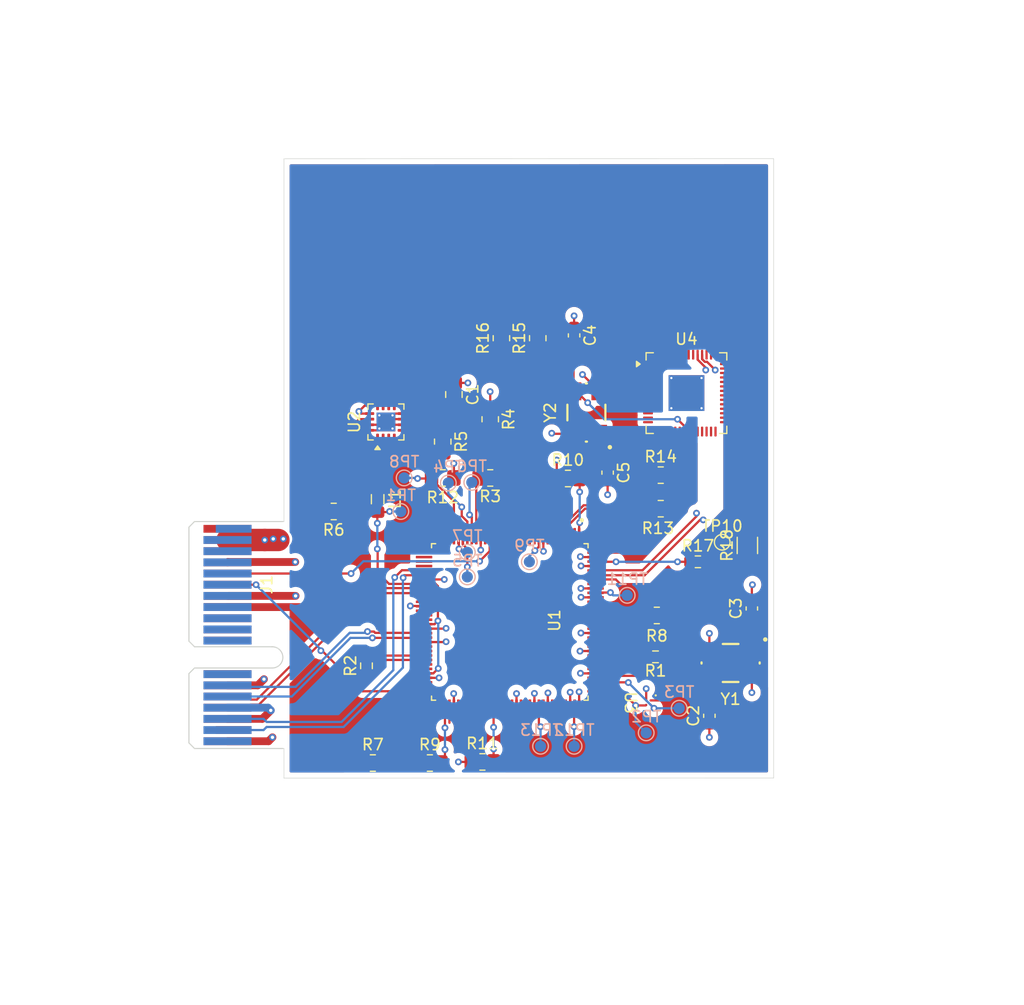
<source format=kicad_pcb>
(kicad_pcb (version 20241229) (generator "pcbnew") (generator_version "9.0")
  (layers (0 "F.Cu" signal) (4 "In1.Cu" signal) (6 "In2.Cu" signal) (2 "B.Cu" signal) (13 "F.Paste" user) (15 "B.Paste" user) (5 "F.SilkS" user "F.Silkscreen") (7 "B.SilkS" user "B.Silkscreen") (1 "F.Mask" user) (3 "B.Mask" user) (25 "Edge.Cuts" user))
  (net 0 "")
  (net 2 "+3V3")
  (net 5 "GND")
  (net 6 "REFCLK-")
  (net 7 "+3V3Aux")
  (net 10 "+12V")
  (net 11 "PET0+")
  (net 12 "PET0-")
  (net 13 "PER0+")
  (net 16 "PER0-")
  (net 17 "REFCLK+")
  (net 21 "Net-(U2-SS{slash}TR)")
  (net 24 "Net-(L1-Pad1)")
  (net 25 "VDDC")
  (net 26 "Net-(U1-TRST_L)")
  (net 29 "+1V0")
  (net 30 "Net-(U1-REXT)")
  (net 32 "Net-(U1-REXT_GND)")
  (net 34 "Net-(U1-TEST3)")
  (net 35 "Net-(U1-TEST5)")
  (net 38 "Net-(U1-TDI)")
  (net 40 "Net-(U1-MAIN_DETECT)")
  (net 41 "Net-(U1-EEPD)")
  (net 43 "Net-(U1-TMS)")
  (net 47 "SMDAT")
  (net 49 "Net-(U1-TEST6)")
  (net 52 "Net-(U1-XI)")
  (net 57 "Net-(U1-TEST1)")
  (net 58 "Net-(U2-FB)")
  (net 59 "{slash}RESET")
  (net 62 "Net-(U1-TEST4)")
  (net 63 "Net-(U1-TDO)")
  (net 65 "Net-(U1-EECLK)")
  (net 66 "Net-(U1-TCK)")
  (net 69 "Net-(U1-XO)")
  (net 71 "SMCLK")
  (net 72 "Net-(U2-PG)")
  (net 73 "Net-(U2-VOS)")
  (net 74 "3V3A")
  (net 76 "Net-(U4-IOVDD-Pad1)")
  (net 86 "Net-(U4-DVDD-Pad23)")
  (net 114 "Net-(U4-XOUT)")
  (net 122 "Net-(U4-XIN)")
  (net 123 "USB_D+")
  (net 124 "USB_D-")
  (net 125 "Net-(U1-OCI[1])")
  (net 126 "Net-(U1-OCI[2])")
  (net 127 "Net-(U1-OCI[3])")
  (net 128 "Net-(U1-OCI[4])")
  (net 129 "Net-(U1-POE[1])")
  (net 130 "Net-(R17-Pad2)")
  (net 131 "Net-(U1-RREF[1])")
  (net 132 "Net-(U1-RREF[2])")
  (net 133 "Net-(U1-RREF[3])")
  (net 134 "Net-(U1-RREF[4])")
  (footprint "Resistor_SMD:R_0805_2012Metric_Pad1.20x1.40mm_HandSolder" (layer "F.Cu") (at 50.5 70.75)
    (property "Reference" "R12")
    (property "Value" "4.7kΩ")
  )
  (footprint "Package_DFN_QFN:QFN-56-1EP_7x7mm_P0.4mm_EP3.2x3.2mm_ThermalVias" (layer "F.Cu") (at 72.3 63.1625)
    (property "Reference" "U4")
    (property "Value" "RP2040")
  )
  (footprint "PI7C9X440SLBFDE:QFP40P1600X1600X160-129N" (layer "F.Cu") (at 56.5 83.63 -90)
    (property "Reference" "U1")
    (property "Value" "PI7C9X440SLBFDE")
  )
  (footprint "Resistor_SMD:R_0805_2012Metric_Pad1.20x1.40mm_HandSolder" (layer "F.Cu") (at 54.05 96.15)
    (property "Reference" "R11")
    (property "Value" "4.7kΩ")
  )
  (footprint "Capacitor_SMD:C_0603_1608Metric" (layer "F.Cu") (at 65.25 70.275 -90)
    (property "Reference" "C5")
    (property "Value" "12pF")
  )
  (footprint "Resistor_SMD:R_0805_2012Metric_Pad1.20x1.40mm_HandSolder" (layer "F.Cu") (at 54.75 65.5 -90)
    (property "Reference" "R4")
    (property "Value" "100kΩ")
  )
  (footprint "Resistor_SMD:R_0805_2012Metric_Pad1.20x1.40mm_HandSolder" (layer "F.Cu") (at 49.35 96.25)
    (property "Reference" "R9")
    (property "Value" "4.7kΩ")
  )
  (footprint "Capacitor_SMD:C_0805_2012Metric_Pad1.18x1.45mm_HandSolder" (layer "F.Cu") (at 51.5 63.2875 -90)
    (property "Reference" "C1")
    (property "Value" "0.1µF")
  )
  (footprint "Capacitor_SMD:C_0603_1608Metric" (layer "F.Cu") (at 78.15 82.425 90)
    (property "Reference" "C3")
    (property "Value" "12pF")
  )
  (footprint "Capacitor_SMD:C_0603_1608Metric" (layer "F.Cu") (at 62.25 58 -90)
    (property "Reference" "C4")
    (property "Value" "12pF")
  )
  (footprint "Resistor_SMD:R_0805_2012Metric_Pad1.20x1.40mm_HandSolder" (layer "F.Cu") (at 70 70.5)
    (property "Reference" "R14")
    (property "Value" "4.7kΩ")
  )
  (footprint "Resistor_SMD:R_0805_2012Metric_Pad1.20x1.40mm_HandSolder" (layer "F.Cu") (at 61.7 70.8)
    (property "Reference" "R10")
    (property "Value" "4.7kΩ")
  )
  (footprint "Connector_PCBEdge:BUS_PCIexpress_x1" (layer "F.Cu") (at 31.25 75.3 -90)
    (property "Reference" "J1")
    (property "Value" "Bus_PCI_Express_x1")
    (fp_line (start -0.15 3.45) (end 10.05 3.45) (stroke (width 0.1)) (layer "Edge.Cuts"))
    (fp_line (start 12.95 3.45) (end 19.15 3.45) (stroke (width 0.1)) (layer "Edge.Cuts"))
    (fp_line (start -0.65 2.95) (end -0.15 3.45) (stroke (width 0.1)) (layer "Edge.Cuts"))
    (fp_line (start 10.55 2.95) (end 10.05 3.45) (stroke (width 0.1)) (layer "Edge.Cuts"))
    (fp_line (start 12.45 2.95) (end 12.95 3.45) (stroke (width 0.1)) (layer "Edge.Cuts"))
    (fp_line (start 19.65 2.95) (end 19.15 3.45) (stroke (width 0.1)) (layer "Edge.Cuts"))
    (fp_line (start 10.55 -4) (end 10.55 2.95) (stroke (width 0.1)) (layer "Edge.Cuts"))
    (fp_line (start 12.45 -4) (end 12.45 2.95) (stroke (width 0.1)) (layer "Edge.Cuts"))
    (fp_line (start -0.65 -4.95) (end -0.65 2.95) (stroke (width 0.1)) (layer "Edge.Cuts"))
    (fp_line (start 19.65 -4.95) (end 19.65 2.95) (stroke (width 0.1)) (layer "Edge.Cuts"))
    (fp_arc (start 10.55 -4) (mid 11.5 -4.95) (end 12.45 -4) (stroke (width 0.1)) (layer "Edge.Cuts"))
  )
  (footprint "TestPoint:TestPoint_Pad_D1.0mm" (layer "F.Cu") (at 75.5 76.5)
    (property "Reference" "TP10")
    (property "Value" "TestPoint")
  )
  (footprint "Resistor_SMD:R_0805_2012Metric_Pad1.20x1.40mm_HandSolder" (layer "F.Cu") (at 70 73.5)
    (property "Reference" "R13")
    (property "Value" "4.7kΩ")
  )
  (footprint "Package_DFN_QFN:VQFN-16-1EP_3x3mm_P0.5mm_EP1.68x1.68mm_ThermalVias" (layer "F.Cu") (at 45.42 65.7425 90)
    (property "Reference" "U2")
    (property "Value" "TPS62130A")
  )
  (footprint "Resistor_SMD:R_0603_1608Metric" (layer "F.Cu") (at 73.325 78.25)
    (property "Reference" "R17")
    (property "Value" "5.9kΩ")
  )
  (footprint "WE-XTAL_CFPX-104:WE-XTAL_CFPX-104" (layer "F.Cu") (at 63.35 64.9 90)
    (property "Reference" "Y2")
    (property "Value" "WE-XTAL_CFPX-104")
  )
  (footprint "Resistor_SMD:R_0805_2012Metric_Pad1.20x1.40mm_HandSolder" (layer "F.Cu") (at 44.25 96.25)
    (property "Reference" "R7")
    (property "Value" "4.7kΩ")
  )
  (footprint "WLCSP4_0P84X0P86_ONS:WLCSP4_0P84X0P86_ONS" (layer "F.Cu") (at 68.9 90.85 -90)
    (property "Reference" "U3")
    (property "Value" "CAT24C04C4ATR")
  )
  (footprint "Resistor_SMD:R_0603_1608Metric_Pad0.98x0.95mm_HandSolder" (layer "F.Cu") (at 43.68 87.5525 90)
    (property "Reference" "R2")
    (property "Value" "1.43kΩ")
  )
  (footprint "Resistor_SMD:R_0805_2012Metric_Pad1.20x1.40mm_HandSolder" (layer "F.Cu") (at 55.75 58.25 90)
    (property "Reference" "R16")
    (property "Value" "4.7kΩ")
  )
  (footprint "Resistor_SMD:R_0805_2012Metric_Pad1.20x1.40mm_HandSolder" (layer "F.Cu") (at 69.65 83.05 180)
    (property "Reference" "R8")
    (property "Value" "4.7kΩ")
  )
  (footprint "Resistor_SMD:R_0603_1608Metric_Pad0.98x0.95mm_HandSolder" (layer "F.Cu") (at 69.5325 86.75)
    (property "Reference" "R1")
    (property "Value" "1-10kΩ")
  )
  (footprint "Resistor_SMD:R_0805_2012Metric_Pad1.20x1.40mm_HandSolder" (layer "F.Cu") (at 59 58.25 90)
    (property "Reference" "R15")
    (property "Value" "4.7kΩ")
  )
  (footprint "Resistor_SMD:R_0805_2012Metric_Pad1.20x1.40mm_HandSolder" (layer "F.Cu") (at 54.75 70.75 180)
    (property "Reference" "R3")
    (property "Value" "4.7kΩ")
  )
  (footprint "Resistor_SMD:R_0805_2012Metric_Pad1.20x1.40mm_HandSolder" (layer "F.Cu") (at 40.75 73.75 180)
    (property "Reference" "R6")
    (property "Value" "100kΩ")
  )
  (footprint "Inductor_SMD:L_0805_2012Metric_Pad1.05x1.20mm_HandSolder" (layer "F.Cu") (at 44.68 72.65 -90)
    (property "Reference" "L1")
    (property "Value" "2.2µH")
  )
  (footprint "Resistor_SMD:R_0805_2012Metric_Pad1.20x1.40mm_HandSolder" (layer "F.Cu") (at 50.5 67.5 -90)
    (property "Reference" "R5")
    (property "Value" "24.9kΩ")
  )
  (footprint "Resistor_SMD:R_1206_3216Metric" (layer "F.Cu") (at 77.75 76.7875 90)
    (property "Reference" "R18")
    (property "Value" "137Ω")
  )
  (footprint "WE-XTAL_CFPX-104:WE-XTAL_CFPX-104" (layer "F.Cu") (at 76.25 87.3 180)
    (property "Reference" "Y1")
    (property "Value" "WE-XTAL_CFPX-104")
  )
  (footprint "Capacitor_SMD:C_0603_1608Metric" (layer "F.Cu") (at 74.35 92.025 90)
    (property "Reference" "C2")
    (property "Value" "12pF")
  )
  (footprint "TestPoint:TestPoint_Pad_D1.0mm" (layer "B.Cu") (at 51 71.2 180)
    (property "Reference" "TP4")
    (property "Value" "TestPoint")
  )
  (footprint "TestPoint:TestPoint_Pad_D1.0mm" (layer "B.Cu") (at 53.1 71.15 180)
    (property "Reference" "TP6")
    (property "Value" "TestPoint")
  )
  (footprint "TestPoint:TestPoint_Pad_D1.0mm" (layer "B.Cu") (at 58.25 78.25 180)
    (property "Reference" "TP9")
    (property "Value" "TestPoint")
  )
  (footprint "TestPoint:TestPoint_Pad_D1.0mm" (layer "B.Cu") (at 47.05 70.75 180)
    (property "Reference" "TP8")
    (property "Value" "TestPoint")
  )
  (footprint "TestPoint:TestPoint_Pad_D1.0mm" (layer "B.Cu") (at 52.7 77.4 180)
    (property "Reference" "TP7")
    (property "Value" "TestPoint")
  )
  (footprint "TestPoint:TestPoint_Pad_D1.0mm" (layer "B.Cu") (at 52.7 79.6 180)
    (property "Reference" "TP5")
    (property "Value" "TestPoint")
  )
  (footprint "TestPoint:TestPoint_Pad_D1.0mm" (layer "B.Cu") (at 46.75 73.75 180)
    (property "Reference" "TP1")
    (property "Value" "TestPoint")
  )
  (footprint "TestPoint:TestPoint_Pad_D1.0mm" (layer "B.Cu") (at 68.7 93.55 180)
    (property "Reference" "TP2")
    (property "Value" "TestPoint")
  )
  (footprint "TestPoint:TestPoint_Pad_D1.0mm" (layer "B.Cu") (at 59.25 94.75 180)
    (property "Reference" "TP13")
    (property "Value" "TestPoint")
  )
  (footprint "TestPoint:TestPoint_Pad_D1.0mm" (layer "B.Cu") (at 62.25 94.75 180)
    (property "Reference" "TP12")
    (property "Value" "TestPoint")
  )
  (footprint "TestPoint:TestPoint_Pad_D1.0mm" (layer "B.Cu") (at 71.65 91.35 180)
    (property "Reference" "TP3")
    (property "Value" "TestPoint")
  )
  (footprint "TestPoint:TestPoint_Pad_D1.0mm" (layer "B.Cu") (at 67 81.25 180)
    (property "Reference" "TP11")
    (property "Value" "TestPoint")
  )
  (gr_circle (center 69.55 90.2) (end 69.6 90.2) (stroke (width 0.1)) (fill no) (layer "F.SilkS"))
  (gr_line (start 36.3 74.65) (end 36.2 74.65) (stroke (width 0.05)) (layer "Edge.Cuts"))
  (gr_line (start 36.2 94.95) (end 36.3 94.95) (stroke (width 0.05)) (layer "Edge.Cuts"))
  (gr_line (start 36.3 94.95) (end 36.3 97.6) (stroke (width 0.05)) (layer "Edge.Cuts"))
  (gr_line (start 36.3 42.2) (end 36.3 74.65) (stroke (width 0.05)) (layer "Edge.Cuts"))
  (gr_line (start 80.1 97.59) (end 80.1 42.19) (stroke (width 0.05)) (layer "Edge.Cuts"))
  (gr_line (start 80.1 42.19) (end 36.3 42.2) (stroke (width 0.05)) (layer "Edge.Cuts"))
  (gr_line (start 36.3 97.6) (end 80.1 97.59) (stroke (width 0.05)) (layer "Edge.Cuts"))
  (segment (start 31.25 82.3) (end 37.7 82.3) (width 0.7) (layer "F.Cu") (net 2))
  (segment (start 64.17 82.63) (end 65.57 82.63) (width 0.2) (layer "F.Cu") (net 2))
  (segment (start 64.17 86.63) (end 65.52 86.63) (width 0.2) (layer "F.Cu") (net 2))
  (segment (start 51.1 91.3) (end 51.1 92.65) (width 0.2) (layer "F.Cu") (net 2))
  (segment (start 48.83 77.43) (end 47.42 77.43) (width 0.2) (layer "F.Cu") (net 2))
  (segment (start 69.1 90.65) (end 70.05 90.65) (width 0.2) (layer "F.Cu") (net 2))
  (segment (start 60.7 91.3) (end 60.7 92.7) (width 0.2) (layer "F.Cu") (net 2))
  (segment (start 60.3 91.3) (end 60.3 92.73) (width 0.2) (layer "F.Cu") (net 2))
  (segment (start 57.5 91.3) (end 57.5 92.7) (width 0.2) (layer "F.Cu") (net 2))
  (segment (start 64.17 79.83) (end 65.98 79.83) (width 0.2) (layer "F.Cu") (net 2))
  (segment (start 65.98 79.83) (end 66.8 80.65) (width 0.2) (layer "F.Cu") (net 2))
  (segment (start 64.17 80.23) (end 64.17 79.83) (width 0.2) (layer "F.Cu") (net 2))
  (segment (start 64.17 77.43) (end 67.08 77.43) (width 0.2) (layer "F.Cu") (net 2))
  (segment (start 64.17 83.83) (end 65.54 83.83) (width 0.2) (layer "F.Cu") (net 2))
  (segment (start 51.5 62.25) (end 52.75 62.25) (width 0.2) (layer "F.Cu") (net 5))
  (segment (start 50.77 85.43) (end 50.8 85.4) (width 0.2) (layer "F.Cu") (net 5))
  (segment (start 51.5 70.75) (end 51.5 69.45) (width 0.2) (layer "F.Cu") (net 5))
  (segment (start 64.17 84.63) (end 64.16 84.62) (width 0.2) (layer "F.Cu") (net 5))
  (segment (start 55.9 84.23) (end 56.5 83.63) (width 0.2) (layer "F.Cu") (net 5))
  (segment (start 48.83 85.43) (end 50.77 85.43) (width 0.2) (layer "F.Cu") (net 5))
  (segment (start 51.5 91.3) (end 51.5 90.06) (width 0.2) (layer "F.Cu") (net 5))
  (segment (start 62.92 86.24) (end 62.93 86.23) (width 0.2) (layer "F.Cu") (net 5))
  (segment (start 43.9575 66.4925) (end 44.67 66.4925) (width 0.2) (layer "F.Cu") (net 5))
  (segment (start 45.17 65.9925) (end 45.42 65.7425) (width 0.2) (layer "F.Cu") (net 5))
  (segment (start 74.35 92.8) (end 74.35 93.95) (width 0.2) (layer "F.Cu") (net 5))
  (segment (start 62.7 91.3) (end 62.7 89.88) (width 0.2) (layer "F.Cu") (net 5))
  (segment (start 62.83 88.23) (end 62.82 88.22) (width 0.2) (layer "F.Cu") (net 5))
  (segment (start 54.75 64.5) (end 54.75 63.04) (width 0.2) (layer "F.Cu") (net 5))
  (segment (start 62.25 57.225) (end 62.25 56.25) (width 0.2) (layer "F.Cu") (net 5))
  (segment (start 46.8825 65.4925) (end 45.67 65.4925) (width 0.2) (layer "F.Cu") (net 5))
  (segment (start 48.83 82.23) (end 48.8 82.2) (width 0.2) (layer "F.Cu") (net 5))
  (segment (start 31.28 78.27) (end 37.31 78.27) (width 0.7) (layer "F.Cu") (net 5))
  (segment (start 74.35 86.15) (end 74.35 84.65) (width 0.2) (layer "F.Cu") (net 5))
  (segment (start 59.5 75.96) (end 59.5 77.3) (width 0.2) (layer "F.Cu") (net 5))
  (segment (start 61.9 91.3) (end 61.9 89.92) (width 0.2) (layer "F.Cu") (net 5))
  (segment (start 50.77 84.23) (end 50.8 84.2) (width 0.2) (layer "F.Cu") (net 5))
  (segment (start 60.3 66.8) (end 60.25 66.75) (width 0.2) (layer "F.Cu") (net 5))
  (segment (start 31.25 78.3) (end 31.28 78.27) (width 0.7) (layer "F.Cu") (net 5))
  (segment (start 57.1 84.23) (end 56.5 83.63) (width 0.2) (layer "F.Cu") (net 5))
  (segment (start 31.25 89.3) (end 33.96 89.3) (width 0.7) (layer "F.Cu") (net 5))
  (segment (start 59.5 77.3) (end 59.51 77.31) (width 0.2) (layer "F.Cu") (net 5))
  (segment (start 31.25 94.3) (end 34.92 94.3) (width 0.7) (layer "F.Cu") (net 5))
  (segment (start 44.67 66.4925) (end 45.42 65.7425) (width 0.2) (layer "F.Cu") (net 5))
  (segment (start 64.17 78.63) (end 62.88 78.63) (width 0.2) (layer "F.Cu") (net 5))
  (segment (start 78.15 81.65) (end 78.15 80.35) (width 0.2) (layer "F.Cu") (net 5))
  (segment (start 48.83 79.83) (end 50.64 79.83) (width 0.2) (layer "F.Cu") (net 5))
  (segment (start 65.25 71.05) (end 65.25 72.25) (width 0.2) (layer "F.Cu") (net 5))
  (segment (start 51.5 90.06) (end 51.48 90.04) (width 0.2) (layer "F.Cu") (net 5))
  (segment (start 62.85 77.83) (end 62.81 77.79) (width 0.2) (layer "F.Cu") (net 5))
  (segment (start 53.9 81.03) (end 56.5 83.63) (width 0.2) (layer "F.Cu") (net 5))
  (segment (start 64.17 80.63) (end 62.86 80.63) (width 0.2) (layer "F.Cu") (net 5))
  (segment (start 53.05 96.15) (end 51.9 96.15) (width 0.2) (layer "F.Cu") (net 5))
  (segment (start 45.67 65.9925) (end 45.42 65.7425) (width 0.2) (layer "F.Cu") (net 5))
  (segment (start 68.7 90.65) (end 68.7 89.6) (width 0.2) (layer "F.Cu") (net 5))
  (segment (start 62.78 86.24) (end 62.92 86.24) (width 0.2) (layer "F.Cu") (net 5))
  (segment (start 34.36 92.3) (end 31.25 92.3) (width 0.7) (layer "F.Cu") (net 5))
  (segment (start 33.96 89.3) (end 34.51 88.75) (width 0.7) (layer "F.Cu") (net 5))
  (segment (start 45.67 65.4925) (end 45.42 65.7425) (width 0.2) (layer "F.Cu") (net 5))
  (segment (start 57.1 91.3) (end 57.1 90.04) (width 0.2) (layer "F.Cu") (net 5))
  (segment (start 64.17 77.83) (end 62.85 77.83) (width 0.2) (layer "F.Cu") (net 5))
  (segment (start 54.75 63.04) (end 54.74 63.03) (width 0.2) (layer "F.Cu") (net 5))
  (segment (start 59.9 91.3) (end 59.9 89.99) (width 0.2) (layer "F.Cu") (net 5))
  (segment (start 58.7 81.43) (end 56.5 83.63) (width 0.2) (layer "F.Cu") (net 5))
  (segment (start 64.5 63) (end 63 61.5) (width 0.2) (layer "F.Cu") (net 5))
  (segment (start 58.7 85.83) (end 56.5 83.63) (width 0.2) (layer "F.Cu") (net 5))
  (segment (start 57.5 84.63) (end 56.5 83.63) (width 0.2) (layer "F.Cu") (net 5))
  (segment (start 34.92 94.3) (end 35.27 93.95) (width 0.7) (layer "F.Cu") (net 5))
  (segment (start 46.17 64.9925) (end 46.01 65.1525) (width 0.2) (layer "F.Cu") (net 5))
  (segment (start 54.71 81.84) (end 56.5 83.63) (width 0.2) (layer "F.Cu") (net 5))
  (segment (start 48.83 88.63) (end 50.17 88.63) (width 0.2) (layer "F.Cu") (net 5))
  (segment (start 64.16 84.62) (end 62.86 84.62) (width 0.2) (layer "F.Cu") (net 5))
  (segment (start 48.8 82.2) (end 47.6 82.2) (width 0.2) (layer "F.Cu") (net 5))
  (segment (start 78.15 88.45) (end 78.15 89.95) (width 0.2) (layer "F.Cu") (net 5))
  (segment (start 64.17 81.43) (end 62.88 81.43) (width 0.2) (layer "F.Cu") (net 5))
  (segment (start 46.8825 64.9925) (end 46.17 64.9925) (width 0.2) (layer "F.Cu") (net 5))
  (segment (start 62.88 78.63) (end 62.87 78.62) (width 0.2) (layer "F.Cu") (net 5))
  (segment (start 53.9 75.96) (end 53.9 77.2) (width 0.2) (layer "F.Cu") (net 5))
  (segment (start 35.12 91.54) (end 34.36 92.3) (width 0.7) (layer "F.Cu") (net 5))
  (segment (start 54.7 85.43) (end 56.5 83.63) (width 0.2) (layer "F.Cu") (net 5))
  (segment (start 43.9575 65.9925) (end 45.17 65.9925) (width 0.2) (layer "F.Cu") (net 5))
  (segment (start 60.7 70.8) (end 60.7 69.15) (width 0.2) (layer "F.Cu") (net 5))
  (segment (start 62.2 66.8) (end 60.3 66.8) (width 0.2) (layer "F.Cu") (net 5))
  (segment (start 31.31 81.3) (end 37.34 81.3) (width 0.7) (layer "F.Cu") (net 5))
  (segment (start 48.83 84.23) (end 50.77 84.23) (width 0.2) (layer "F.Cu") (net 5))
  (segment (start 59.9 89.99) (end 59.91 89.98) (width 0.2) (layer "F.Cu") (net 5))
  (segment (start 62.93 86.23) (end 64.17 86.23) (width 0.2) (layer "F.Cu") (net 5))
  (segment (start 46.8825 65.9925) (end 45.67 65.9925) (width 0.2) (layer "F.Cu") (net 5))
  (segment (start 58.7 91.3) (end 58.7 90.02) (width 0.2) (layer "F.Cu") (net 5))
  (segment (start 62.88 81.43) (end 62.87 81.42) (width 0.2) (layer "F.Cu") (net 5))
  (segment (start 78.15 80.35) (end 78.2 80.3) (width 0.2) (layer "F.Cu") (net 5))
  (segment (start 64.17 88.23) (end 62.83 88.23) (width 0.2) (layer "F.Cu") (net 5))
  (via (at 34.51 88.75) (size 0.6) (drill 0.3) (layers "F.Cu" "B.Cu") (net 5))
  (via (at 62.7 89.88) (size 0.6) (drill 0.3) (layers "F.Cu" "B.Cu") (net 5))
  (via (at 35.27 93.95) (size 0.6) (drill 0.3) (layers "F.Cu" "B.Cu") (net 5))
  (via (at 60.25 66.75) (size 0.6) (drill 0.3) (layers "F.Cu" "B.Cu") (net 5))
  (via (at 52.75 62.25) (size 0.6) (drill 0.3) (layers "F.Cu" "B.Cu") (net 5))
  (via (at 51.48 90.04) (size 0.6) (drill 0.3) (layers "F.Cu" "B.Cu") (net 5))
  (via (at 62.25 56.25) (size 0.6) (drill 0.3) (layers "F.Cu" "B.Cu") (net 5))
  (via (at 62.78 86.24) (size 0.6) (drill 0.3) (layers "F.Cu" "B.Cu") (net 5))
  (via (at 62.86 80.63) (size 0.6) (drill 0.3) (layers "F.Cu" "B.Cu") (net 5))
  (via (at 65.25 72.25) (size 0.6) (drill 0.3) (layers "F.Cu" "B.Cu") (net 5))
  (via (at 47.6 82.2) (size 0.6) (drill 0.3) (layers "F.Cu" "B.Cu") (net 5))
  (via (at 53.9 77.2) (size 0.6) (drill 0.3) (layers "F.Cu" "B.Cu") (net 5))
  (via (at 35.12 91.54) (size 0.6) (drill 0.3) (layers "F.Cu" "B.Cu") (net 5))
  (via (at 68.7 89.6) (size 0.6) (drill 0.3) (layers "F.Cu" "B.Cu") (net 5))
  (via (at 62.87 78.62) (size 0.6) (drill 0.3) (layers "F.Cu" "B.Cu") (net 5))
  (via (at 37.31 78.27) (size 0.6) (drill 0.3) (layers "F.Cu" "B.Cu") (net 5))
  (via (at 78.2 80.3) (size 0.6) (drill 0.3) (layers "F.Cu" "B.Cu") (net 5))
  (via (at 78.15 89.95) (size 0.6) (drill 0.3) (layers "F.Cu" "B.Cu") (net 5))
  (via (at 62.82 88.22) (size 0.6) (drill 0.3) (layers "F.Cu" "B.Cu") (net 5))
  (via (at 62.86 84.62) (size 0.6) (drill 0.3) (layers "F.Cu" "B.Cu") (net 5))
  (via (at 74.35 93.95) (size 0.6) (drill 0.3) (layers "F.Cu" "B.Cu") (net 5))
  (via (at 51.5 69.45) (size 0.6) (drill 0.3) (layers "F.Cu" "B.Cu") (net 5))
  (via (at 37.34 81.3) (size 0.6) (drill 0.3) (layers "F.Cu" "B.Cu") (net 5))
  (via (at 50.8 85.4) (size 0.6) (drill 0.3) (layers "F.Cu" "B.Cu") (net 5))
  (via (at 61.9 89.92) (size 0.6) (drill 0.3) (layers "F.Cu" "B.Cu") (net 5))
  (via (at 50.64 79.83) (size 0.6) (drill 0.3) (layers "F.Cu" "B.Cu") (net 5))
  (via (at 62.87 81.42) (size 0.6) (drill 0.3) (layers "F.Cu" "B.Cu") (net 5))
  (via (at 63 61.5) (size 0.6) (drill 0.3) (layers "F.Cu" "B.Cu") (net 5))
  (via (at 57.1 90.04) (size 0.6) (drill 0.3) (layers "F.Cu" "B.Cu") (net 5))
  (via (at 59.51 77.31) (size 0.6) (drill 0.3) (layers "F.Cu" "B.Cu") (net 5))
  (via (at 58.7 90.02) (size 0.6) (drill 0.3) (layers "F.Cu" "B.Cu") (net 5))
  (via (at 62.81 77.79) (size 0.6) (drill 0.3) (layers "F.Cu" "B.Cu") (net 5))
  (via (at 50.17 88.63) (size 0.6) (drill 0.3) (layers "F.Cu" "B.Cu") (net 5))
  (via (at 50.8 84.2) (size 0.6) (drill 0.3) (layers "F.Cu" "B.Cu") (net 5))
  (via (at 74.35 84.65) (size 0.6) (drill 0.3) (layers "F.Cu" "B.Cu") (net 5))
  (via (at 54.74 63.03) (size 0.6) (drill 0.3) (layers "F.Cu" "B.Cu") (net 5))
  (via (at 51.9 96.15) (size 0.6) (drill 0.3) (layers "F.Cu" "B.Cu") (net 5))
  (via (at 59.91 89.98) (size 0.6) (drill 0.3) (layers "F.Cu" "B.Cu") (net 5))
  (via (at 60.7 69.15) (size 0.6) (drill 0.3) (layers "F.Cu" "B.Cu") (net 5))
  (segment (start 34.88 91.3) (end 35.12 91.54) (width 0.7) (layer "B.Cu") (net 5))
  (segment (start 31.25 91.3) (end 34.88 91.3) (width 0.7) (layer "B.Cu") (net 5))
  (segment (start 44.21 85.055001) (end 48.804999 85.055001) (width 0.2) (layer "F.Cu") (net 6))
  (segment (start 48.804999 85.055001) (end 48.83 85.03) (width 0.2) (layer "F.Cu") (net 6))
  (via (at 44.21 85.055001) (size 0.6) (drill 0.3) (layers "F.Cu" "B.Cu") (net 6))
  (segment (start 42.244999 85.055001) (end 37 90.3) (width 0.2) (layer "B.Cu") (net 6))
  (segment (start 37 90.3) (end 31.25 90.3) (width 0.2) (layer "B.Cu") (net 6))
  (segment (start 44.21 85.055001) (end 42.244999 85.055001) (width 0.2) (layer "B.Cu") (net 6))
  (segment (start 45.67 64.28) (end 43.52 64.28) (width 0.2) (layer "F.Cu") (net 10))
  (segment (start 34.58 76.3) (end 35.8 76.3) (width 2) (layer "F.Cu") (net 10))
  (segment (start 31.25 76.3) (end 34.58 76.3) (width 2) (layer "F.Cu") (net 10))
  (segment (start 43.9575 64.9925) (end 43.1925 64.9925) (width 0.2) (layer "F.Cu") (net 10))
  (segment (start 43.52 64.28) (end 43 64.8) (width 0.2) (layer "F.Cu") (net 10))
  (segment (start 43.1925 64.9925) (end 43 64.8) (width 0.2) (layer "F.Cu") (net 10))
  (via (at 43 64.8) (size 0.6) (drill 0.3) (layers "F.Cu" "B.Cu") (net 10))
  (via (at 34.58 76.3) (size 0.6) (drill 0.3) (layers "F.Cu" "B.Cu") (net 10))
  (via (at 35.34 76.2) (size 0.6) (drill 0.3) (layers "F.Cu" "B.Cu") (net 10))
  (via (at 36.24 76.2) (size 0.6) (drill 0.3) (layers "F.Cu" "B.Cu") (net 10))
  (segment (start 33.876802 90.575) (end 43.846803 80.604999) (width 0.2) (layer "F.Cu") (net 11))
  (segment (start 31.25 90.3) (end 33.05 90.3) (width 0.2) (layer "F.Cu") (net 11))
  (segment (start 48.804999 80.604999) (end 48.83 80.63) (width 0.2) (layer "F.Cu") (net 11))
  (segment (start 33.325 90.575) (end 33.876802 90.575) (width 0.2) (layer "F.Cu") (net 11))
  (segment (start 33.05 90.3) (end 33.325 90.575) (width 0.2) (layer "F.Cu") (net 11))
  (segment (start 43.846803 80.604999) (end 48.804999 80.604999) (width 0.2) (layer "F.Cu") (net 11))
  (segment (start 31.25 91.3) (end 33.05 91.3) (width 0.2) (layer "F.Cu") (net 12))
  (segment (start 34.063198 91.025) (end 44.033197 81.055001) (width 0.2) (layer "F.Cu") (net 12))
  (segment (start 48.804999 81.055001) (end 48.83 81.03) (width 0.2) (layer "F.Cu") (net 12))
  (segment (start 33.325 91.025) (end 34.063198 91.025) (width 0.2) (layer "F.Cu") (net 12))
  (segment (start 44.033197 81.055001) (end 48.804999 81.055001) (width 0.2) (layer "F.Cu") (net 12))
  (segment (start 33.05 91.3) (end 33.325 91.025) (width 0.2) (layer "F.Cu") (net 12))
  (segment (start 46.2075 79.6475) (end 46.85 79.004999) (width 0.2) (layer "F.Cu") (net 13))
  (segment (start 46.85 79.004999) (end 48.804999 79.004999) (width 0.2) (layer "F.Cu") (net 13))
  (segment (start 48.804999 79.004999) (end 48.83 79.03) (width 0.2) (layer "F.Cu") (net 13))
  (via (at 46.2075 79.6475) (size 0.6) (drill 0.3) (layers "F.Cu" "B.Cu") (net 13))
  (segment (start 34.750001 92.575) (end 34.475001 92.3) (width 0.2) (layer "B.Cu") (net 13))
  (segment (start 46.2075 79.6475) (end 46.2075 79.657499) (width 0.2) (layer "B.Cu") (net 13))
  (segment (start 34.475001 92.3) (end 31.25 92.3) (width 0.2) (layer "B.Cu") (net 13))
  (segment (start 46.2075 79.657499) (end 46.08 79.784999) (width 0.2) (layer "B.Cu") (net 13))
  (segment (start 46.08 79.784999) (end 46.08 87.941802) (width 0.2) (layer "B.Cu") (net 13))
  (segment (start 46.08 87.941802) (end 41.446802 92.575) (width 0.2) (layer "B.Cu") (net 13))
  (segment (start 41.446802 92.575) (end 34.750001 92.575) (width 0.2) (layer "B.Cu") (net 13))
  (segment (start 46.925 79.566396) (end 47.036395 79.455001) (width 0.2) (layer "F.Cu") (net 16))
  (segment (start 48.804999 79.455001) (end 48.83 79.43) (width 0.2) (layer "F.Cu") (net 16))
  (segment (start 46.96 79.68) (end 46.925 79.645) (width 0.2) (layer "F.Cu") (net 16))
  (segment (start 46.925 79.645) (end 46.925 79.566396) (width 0.2) (layer "F.Cu") (net 16))
  (segment (start 47.036395 79.455001) (end 48.804999 79.455001) (width 0.2) (layer "F.Cu") (net 16))
  (via (at 46.96 79.68) (size 0.6) (drill 0.3) (layers "F.Cu" "B.Cu") (net 16))
  (segment (start 46.96 79.774999) (end 46.94 79.794999) (width 0.2) (layer "B.Cu") (net 16))
  (segment (start 41.633198 93.025) (end 34.750001 93.025) (width 0.2) (layer "B.Cu") (net 16))
  (segment (start 46.96 79.68) (end 46.96 79.774999) (width 0.2) (layer "B.Cu") (net 16))
  (segment (start 46.94 79.794999) (end 46.94 87.718198) (width 0.2) (layer "B.Cu") (net 16))
  (segment (start 46.94 87.718198) (end 41.633198 93.025) (width 0.2) (layer "B.Cu") (net 16))
  (segment (start 34.475001 93.3) (end 31.25 93.3) (width 0.2) (layer "B.Cu") (net 16))
  (segment (start 34.750001 93.025) (end 34.475001 93.3) (width 0.2) (layer "B.Cu") (net 16))
  (segment (start 44.465001 84.604999) (end 48.804999 84.604999) (width 0.2) (layer "F.Cu") (net 17))
  (segment (start 44.34 84.49) (end 44.46 84.61) (width 0.2) (layer "F.Cu") (net 17))
  (segment (start 43.77 84.49) (end 44.34 84.49) (width 0.2) (layer "F.Cu") (net 17))
  (segment (start 48.804999 84.604999) (end 48.83 84.63) (width 0.2) (layer "F.Cu") (net 17))
  (segment (start 44.46 84.61) (end 44.465001 84.604999) (width 0.2) (layer "F.Cu") (net 17))
  (via (at 43.77 84.49) (size 0.6) (drill 0.3) (layers "F.Cu" "B.Cu") (net 17))
  (segment (start 37.341802 89.44) (end 31.39 89.44) (width 0.2) (layer "B.Cu") (net 17))
  (segment (start 31.39 89.44) (end 31.25 89.3) (width 0.2) (layer "B.Cu") (net 17))
  (segment (start 42.176803 84.604999) (end 37.341802 89.44) (width 0.2) (layer "B.Cu") (net 17))
  (segment (start 43.655001 84.604999) (end 42.176803 84.604999) (width 0.2) (layer "B.Cu") (net 17))
  (segment (start 43.77 84.49) (end 43.655001 84.604999) (width 0.2) (layer "B.Cu") (net 17))
  (segment (start 51.7125 64.25) (end 46.2 64.25) (width 0.2) (layer "F.Cu") (net 21))
  (segment (start 46.2 64.25) (end 46.17 64.28) (width 0.2) (layer "F.Cu") (net 21))
  (segment (start 44.68 68.48) (end 44.68 67.215) (width 0.2) (layer "F.Cu") (net 24))
  (segment (start 44.68 68.48) (end 44.68 68.195) (width 0.2) (layer "F.Cu") (net 24))
  (segment (start 44.68 68.195) (end 45.67 67.205) (width 0.2) (layer "F.Cu") (net 24))
  (segment (start 44.68 68.48) (end 44.68 67.695) (width 0.2) (layer "F.Cu") (net 24))
  (segment (start 44.67 67.205) (end 45.67 67.205) (width 0.2) (layer "F.Cu") (net 24))
  (segment (start 44.68 67.695) (end 45.17 67.205) (width 0.2) (layer "F.Cu") (net 24))
  (segment (start 44.68 67.215) (end 44.67 67.205) (width 0.2) (layer "F.Cu") (net 24))
  (segment (start 44.68 71.5) (end 44.68 68.48) (width 0.2) (layer "F.Cu") (net 24))
  (segment (start 49.5 70.85) (end 51.5 72.85) (width 0.2) (layer "F.Cu") (net 26))
  (segment (start 48.25 70.8) (end 49.45 70.8) (width 0.2) (layer "F.Cu") (net 26))
  (segment (start 49.45 70.8) (end 49.5 70.75) (width 0.2) (layer "F.Cu") (net 26))
  (segment (start 51.5 72.85) (end 51.5 75.96) (width 0.2) (layer "F.Cu") (net 26))
  (segment (start 49.5 70.75) (end 49.5 70.85) (width 0.2) (layer "F.Cu") (net 26))
  (via (at 48.25 70.8) (size 0.6) (drill 0.3) (layers "F.Cu" "B.Cu") (net 26))
  (segment (start 48.2 70.75) (end 48.25 70.8) (width 0.2) (layer "B.Cu") (net 26))
  (segment (start 47.05 70.75) (end 48.2 70.75) (width 0.2) (layer "B.Cu") (net 26))
  (segment (start 49.87 80.23) (end 50.07 80.43) (width 0.2) (layer "F.Cu") (net 29))
  (segment (start 44.68 77.13) (end 44.65 77.1) (width 0.2) (layer "F.Cu") (net 29))
  (segment (start 50.07 83.53) (end 49.77 83.83) (width 0.2) (layer "F.Cu") (net 29))
  (segment (start 44.63 73.75) (end 44.68 73.8) (width 0.2) (layer "F.Cu") (net 29))
  (segment (start 41.75 73.75) (end 44.63 73.75) (width 0.2) (layer "F.Cu") (net 29))
  (segment (start 45.7 73.8) (end 45.75 73.75) (width 0.2) (layer "F.Cu") (net 29))
  (segment (start 44.68 79.21) (end 44.68 77.13) (width 0.2) (layer "F.Cu") (net 29))
  (segment (start 45.7 80.23) (end 48.83 80.23) (width 0.2) (layer "F.Cu") (net 29))
  (segment (start 49.66 88.23) (end 50.1 87.79) (width 0.2) (layer "F.Cu") (net 29))
  (segment (start 48.83 88.23) (end 49.66 88.23) (width 0.2) (layer "F.Cu") (net 29))
  (segment (start 44.65 74.8) (end 44.65 73.83) (width 0.2) (layer "F.Cu") (net 29))
  (segment (start 50.07 80.43) (end 50.07 82.4) (width 0.2) (layer "F.Cu") (net 29))
  (segment (start 44.65 73.83) (end 44.68 73.8) (width 0.2) (layer "F.Cu") (net 29))
  (segment (start 44.68 73.8) (end 45.7 73.8) (width 0.2) (layer "F.Cu") (net 29))
  (segment (start 49.84 82.63) (end 50.07 82.4) (width 0.2) (layer "F.Cu") (net 29))
  (segment (start 44.68 79.21) (end 45.7 80.23) (width 0.2) (layer "F.Cu") (net 29))
  (segment (start 48.83 80.23) (end 49.87 80.23) (width 0.2) (layer "F.Cu") (net 29))
  (segment (start 49.77 83.83) (end 48.83 83.83) (width 0.2) (layer "F.Cu") (net 29))
  (segment (start 50.07 82.4) (end 50.07 83.53) (width 0.2) (layer "F.Cu") (net 29))
  (segment (start 48.83 82.63) (end 49.84 82.63) (width 0.2) (layer "F.Cu") (net 29))
  (segment (start 48.83 80.23) (end 49.57 80.23) (width 0.2) (layer "F.Cu") (net 29))
  (via (at 50.07 83.53) (size 0.6) (drill 0.3) (layers "F.Cu" "B.Cu") (net 29))
  (via (at 44.65 77.1) (size 0.6) (drill 0.3) (layers "F.Cu" "B.Cu") (net 29))
  (via (at 45.75 73.75) (size 0.6) (drill 0.3) (layers "F.Cu" "B.Cu") (net 29))
  (via (at 50.1 87.79) (size 0.6) (drill 0.3) (layers "F.Cu" "B.Cu") (net 29))
  (via (at 44.65 74.8) (size 0.6) (drill 0.3) (layers "F.Cu" "B.Cu") (net 29))
  (segment (start 50.1 83.56) (end 50.07 83.53) (width 0.2) (layer "B.Cu") (net 29))
  (segment (start 44.65 77.1) (end 44.65 74.8) (width 0.2) (layer "B.Cu") (net 29))
  (segment (start 45.75 73.75) (end 46.75 73.75) (width 0.2) (layer "B.Cu") (net 29))
  (segment (start 50.1 87.79) (end 50.1 83.56) (width 0.2) (layer "B.Cu") (net 29))
  (segment (start 43.68 88.465) (end 44.015 88.465) (width 0.2) (layer "F.Cu") (net 30))
  (segment (start 44.015 88.465) (end 45.45 87.03) (width 0.2) (layer "F.Cu") (net 30))
  (segment (start 45.45 87.03) (end 48.83 87.03) (width 0.2) (layer "F.Cu") (net 30))
  (segment (start 48.82 86.64) (end 48.83 86.63) (width 0.2) (layer "F.Cu") (net 32))
  (segment (start 43.68 86.64) (end 48.82 86.64) (width 0.2) (layer "F.Cu") (net 32))
  (segment (start 45.25 96.25) (end 45.35 96.25) (width 0.2) (layer "F.Cu") (net 34))
  (segment (start 45.35 96.25) (end 50.3 91.3) (width 0.2) (layer "F.Cu") (net 34))
  (segment (start 68.65 83.05) (end 64.19 83.05) (width 0.2) (layer "F.Cu") (net 35))
  (segment (start 64.19 83.05) (end 64.17 83.03) (width 0.2) (layer "F.Cu") (net 35))
  (segment (start 51.95 77.1) (end 51.95 76.01) (width 0.2) (layer "F.Cu") (net 38))
  (segment (start 51.95 76.01) (end 51.9 75.96) (width 0.2) (layer "F.Cu") (net 38))
  (via (at 51.95 77.1) (size 0.6) (drill 0.3) (layers "F.Cu" "B.Cu") (net 38))
  (segment (start 52.7 77.4) (end 52.25 77.4) (width 0.2) (layer "B.Cu") (net 38))
  (segment (start 52.25 77.4) (end 51.95 77.1) (width 0.2) (layer "B.Cu") (net 38))
  (segment (start 53.5 75.96) (end 53.5 71) (width 0.2) (layer "F.Cu") (net 40))
  (segment (start 67.75 91.1) (end 68.65 91.1) (width 0.2) (layer "F.Cu") (net 41))
  (segment (start 68.65 91.1) (end 68.7 91.05) (width 0.2) (layer "F.Cu") (net 41))
  (segment (start 66.08 89.43) (end 67.75 91.1) (width 0.2) (layer "F.Cu") (net 41))
  (segment (start 64.17 89.43) (end 66.08 89.43) (width 0.2) (layer "F.Cu") (net 41))
  (via (at 67.75 91.1) (size 0.6) (drill 0.3) (layers "F.Cu" "B.Cu") (net 41))
  (segment (start 68.7 93.55) (end 67.75 92.6) (width 0.2) (layer "B.Cu") (net 41))
  (segment (start 67.75 92.6) (end 67.75 91.1) (width 0.2) (layer "B.Cu") (net 41))
  (segment (start 52.3 75.96) (end 52.3 76.7) (width 0.2) (layer "F.Cu") (net 43))
  (segment (start 52.7 77.1) (end 52.7 78.7) (width 0.2) (layer "F.Cu") (net 43))
  (segment (start 52.3 76.7) (end 52.7 77.1) (width 0.2) (layer "F.Cu") (net 43))
  (via (at 52.7 78.7) (size 0.6) (drill 0.3) (layers "F.Cu" "B.Cu") (net 43))
  (segment (start 52.7 78.7) (end 52.7 79.6) (width 0.2) (layer "B.Cu") (net 43))
  (segment (start 43.33 89.83) (end 48.83 89.83) (width 0.2) (layer "F.Cu") (net 47))
  (segment (start 39.6 86.2) (end 39.7 86.2) (width 0.2) (layer "F.Cu") (net 47))
  (segment (start 33.8 80.3) (end 31.25 80.3) (width 0.2) (layer "F.Cu") (net 47))
  (segment (start 39.7 86.2) (end 43.33 89.83) (width 0.2) (layer "F.Cu") (net 47))
  (via (at 39.6 86.2) (size 0.6) (drill 0.3) (layers "F.Cu" "B.Cu") (net 47))
  (via (at 33.8 80.3) (size 0.6) (drill 0.3) (layers "F.Cu" "B.Cu") (net 47))
  (segment (start 39.6 86.2) (end 39.6 86.1) (width 0.2) (layer "B.Cu") (net 47))
  (segment (start 39.6 86.1) (end 33.8 80.3) (width 0.2) (layer "B.Cu") (net 47))
  (segment (start 50.7 95.05) (end 50.7 95.9) (width 0.2) (layer "F.Cu") (net 49))
  (segment (start 50.7 95.9) (end 50.35 96.25) (width 0.2) (layer "F.Cu") (net 49))
  (segment (start 50.7 91.3) (end 50.7 93.1) (width 0.2) (layer "F.Cu") (net 49))
  (via (at 50.7 93.1) (size 0.6) (drill 0.3) (layers "F.Cu" "B.Cu") (net 49))
  (via (at 50.7 95.05) (size 0.6) (drill 0.3) (layers "F.Cu" "B.Cu") (net 49))
  (segment (start 50.7 93.1) (end 50.7 95.05) (width 0.2) (layer "B.Cu") (net 49))
  (segment (start 65.43 87.83) (end 64.17 87.83) (width 0.2) (layer "F.Cu") (net 52))
  (segment (start 74.35 88.45) (end 74.35 91.25) (width 0.2) (layer "F.Cu") (net 52))
  (segment (start 74.35 88.45) (end 66.05 88.45) (width 0.2) (layer "F.Cu") (net 52))
  (segment (start 66.05 88.45) (end 65.43 87.83) (width 0.2) (layer "F.Cu") (net 52))
  (segment (start 62.75 70.85) (end 62.7 70.8) (width 0.2) (layer "F.Cu") (net 57))
  (segment (start 62.7 75.96) (end 62.7 74.8) (width 0.2) (layer "F.Cu") (net 57))
  (segment (start 62.7 74.8) (end 62.75 74.75) (width 0.2) (layer "F.Cu") (net 57))
  (segment (start 62.75 72) (end 62.75 70.85) (width 0.2) (layer "F.Cu") (net 57))
  (via (at 62.75 72) (size 0.6) (drill 0.3) (layers "F.Cu" "B.Cu") (net 57))
  (via (at 62.75 74.75) (size 0.6) (drill 0.3) (layers "F.Cu" "B.Cu") (net 57))
  (segment (start 62.75 74.75) (end 62.75 72) (width 0.2) (layer "B.Cu") (net 57))
  (segment (start 50.5 66.5) (end 46.89 66.5) (width 0.2) (layer "F.Cu") (net 58))
  (segment (start 54.75 66.5) (end 50.5 66.5) (width 0.2) (layer "F.Cu") (net 58))
  (segment (start 46.89 66.5) (end 46.8825 66.4925) (width 0.2) (layer "F.Cu") (net 58))
  (segment (start 64.17 87.03) (end 68.61 87.03) (width 0.2) (layer "F.Cu") (net 59))
  (segment (start 68.61 87.03) (end 68.62 87.02) (width 0.2) (layer "F.Cu") (net 59))
  (segment (start 55.05 91.35) (end 55.1 91.3) (width 0.2) (layer "F.Cu") (net 62))
  (segment (start 55.05 96.15) (end 55.05 95) (width 0.2) (layer "F.Cu") (net 62))
  (segment (start 55.05 93.05) (end 55.05 91.35) (width 0.2) (layer "F.Cu") (net 62))
  (via (at 55.05 95) (size 0.6) (drill 0.3) (layers "F.Cu" "B.Cu") (net 62))
  (via (at 55.05 93.05) (size 0.6) (drill 0.3) (layers "F.Cu" "B.Cu") (net 62))
  (segment (start 55.05 95) (end 55.05 93.05) (width 0.2) (layer "B.Cu") (net 62))
  (segment (start 53.1 75.96) (end 53.1 74.25) (width 0.2) (layer "F.Cu") (net 63))
  (segment (start 53.1 74.25) (end 52.9 74.05) (width 0.2) (layer "F.Cu") (net 63))
  (via (at 52.9 74.05) (size 0.6) (drill 0.3) (layers "F.Cu" "B.Cu") (net 63))
  (segment (start 52.9 71.35) (end 53.1 71.15) (width 0.2) (layer "B.Cu") (net 63))
  (segment (start 52.9 74.05) (end 52.9 71.35) (width 0.2) (layer "B.Cu") (net 63))
  (segment (start 64.17 89.03) (end 67.08 89.03) (width 0.2) (layer "F.Cu") (net 65))
  (segment (start 67.08 89.03) (end 67.1 89.05) (width 0.2) (layer "F.Cu") (net 65))
  (segment (start 69.4 91.35) (end 69.1 91.05) (width 0.2) (layer "F.Cu") (net 65))
  (via (at 67.1 89.05) (size 0.6) (drill 0.3) (layers "F.Cu" "B.Cu") (net 65))
  (via (at 69.4 91.35) (size 0.6) (drill 0.3) (layers "F.Cu" "B.Cu") (net 65))
  (segment (start 71.65 91.35) (end 69.4 91.35) (width 0.2) (layer "B.Cu") (net 65))
  (segment (start 67.1 89.05) (end 69.4 91.35) (width 0.2) (layer "B.Cu") (net 65))
  (segment (start 52.7 74.65) (end 52.7 75.96) (width 0.2) (layer "F.Cu") (net 66))
  (segment (start 52.2 74.15) (end 52.7 74.65) (width 0.2) (layer "F.Cu") (net 66))
  (segment (start 52.2 73.35) (end 52.2 74.15) (width 0.2) (layer "F.Cu") (net 66))
  (via (at 52.2 73.35) (size 0.6) (drill 0.3) (layers "F.Cu" "B.Cu") (net 66))
  (segment (start 51 71.2) (end 51 72.15) (width 0.2) (layer "B.Cu") (net 66))
  (segment (start 51 72.15) (end 52.2 73.35) (width 0.2) (layer "B.Cu") (net 66))
  (segment (start 78.15 86.15) (end 78.15 83.2) (width 0.2) (layer "F.Cu") (net 69))
  (segment (start 64.17 87.43) (end 76.87 87.43) (width 0.2) (layer "F.Cu") (net 69))
  (segment (start 76.87 87.43) (end 78.15 86.15) (width 0.2) (layer "F.Cu") (net 69))
  (segment (start 31.25 79.3) (end 42.3 79.3) (width 0.2) (layer "F.Cu") (net 71))
  (segment (start 53.8 78.2) (end 54.7 77.3) (width 0.2) (layer "F.Cu") (net 71))
  (segment (start 54.7 77.3) (end 54.7 75.96) (width 0.2) (layer "F.Cu") (net 71))
  (via (at 42.3 79.3) (size 0.6) (drill 0.3) (layers "F.Cu" "B.Cu") (net 71))
  (via (at 53.8 78.2) (size 0.6) (drill 0.3) (layers "F.Cu" "B.Cu") (net 71))
  (segment (start 42.3 79.3) (end 43.4 78.2) (width 0.2) (layer "B.Cu") (net 71))
  (segment (start 43.4 78.2) (end 53.8 78.2) (width 0.2) (layer "B.Cu") (net 71))
  (segment (start 50.5 68.5) (end 47.465 68.5) (width 0.2) (layer "F.Cu") (net 72))
  (segment (start 47.465 68.5) (end 46.17 67.205) (width 0.2) (layer "F.Cu") (net 72))
  (segment (start 39.75 68.75) (end 43.0075 65.4925) (width 0.2) (layer "F.Cu") (net 73))
  (segment (start 39.75 73.75) (end 39.75 68.75) (width 0.2) (layer "F.Cu") (net 73))
  (segment (start 43.0075 65.4925) (end 43.9575 65.4925) (width 0.2) (layer "F.Cu") (net 73))
  (segment (start 62.445298 63) (end 63.467179 64.021881) (width 0.2) (layer "F.Cu") (net 114))
  (segment (start 62.2 58.825) (end 62.25 58.775) (width 0.2) (layer "F.Cu") (net 114))
  (segment (start 72.1 67.0375) (end 72.1 66.6) (width 0.2) (layer "F.Cu") (net 114))
  (segment (start 62.2 63) (end 62.2 58.825) (width 0.2) (layer "F.Cu") (net 114))
  (segment (start 62.2 63) (end 62.5 63) (width 0.2) (layer "F.Cu") (net 114))
  (segment (start 71.5 65.5) (end 72.1 66.1) (width 0.2) (layer "F.Cu") (net 114))
  (segment (start 62.2 63) (end 62.445298 63) (width 0.2) (layer "F.Cu") (net 114))
  (segment (start 72.1 66.1) (end 72.1 66.6) (width 0.2) (layer "F.Cu") (net 114))
  (via (at 71.5 65.5) (size 0.6) (drill 0.3) (layers "F.Cu" "B.Cu") (net 114))
  (via (at 63.467179 64.021881) (size 0.6) (drill 0.3) (layers "F.Cu" "B.Cu") (net 114))
  (segment (start 63.467179 64.021881) (end 64.945298 65.5) (width 0.2) (layer "B.Cu") (net 114))
  (segment (start 64.945298 65.5) (end 71.5 65.5) (width 0.2) (layer "B.Cu") (net 114))
  (segment (start 65.25 67.55) (end 64.5 66.8) (width 0.2) (layer "F.Cu") (net 122))
  (segment (start 64.5 66.8) (end 64.9385 67.2385) (width 0.2) (layer "F.Cu") (net 122))
  (segment (start 64.9385 67.2385) (end 71.499 67.2385) (width 0.2) (layer "F.Cu") (net 122))
  (segment (start 71.7 67.0375) (end 71.7 66.6) (width 0.2) (layer "F.Cu") (net 122))
  (segment (start 71.499 67.2385) (end 71.7 67.0375) (width 0.2) (layer "F.Cu") (net 122))
  (segment (start 65.25 69.5) (end 65.25 67.55) (width 0.2) (layer "F.Cu") (net 122))
  (segment (start 68.376802 79.004999) (end 73.199479 74.182322) (width 0.2) (layer "F.Cu") (net 123))
  (segment (start 74.025 61.1) (end 74.025 60.889196) (width 0.2) (layer "F.Cu") (net 123))
  (segment (start 73.3 60.164196) (end 73.3 59.725) (width 0.2) (layer "F.Cu") (net 123))
  (segment (start 73.199479 74.182322) (end 73.199479 73.899479) (width 0.2) (layer "F.Cu") (net 123))
  (segment (start 64.17 79.03) (end 64.195001 79.004999) (width 0.2) (layer "F.Cu") (net 123))
  (segment (start 74.025 60.889196) (end 73.3 60.164196) (width 0.2) (layer "F.Cu") (net 123))
  (segment (start 64.195001 79.004999) (end 68.376802 79.004999) (width 0.2) (layer "F.Cu") (net 123))
  (via (at 74.025 61.1) (size 0.6) (drill 0.3) (layers "F.Cu" "B.Cu") (net 123))
  (via (at 73.199479 73.899479) (size 0.6) (drill 0.3) (layers "F.Cu" "B.Cu") (net 123))
  (segment (start 68.563198 79.455001) (end 73.517678 74.500521) (width 0.2) (layer "F.Cu") (net 124))
  (segment (start 73.517678 74.500521) (end 73.800521 74.500521) (width 0.2) (layer "F.Cu") (net 124))
  (segment (start 73.944648 60.3635) (end 73.7 60.118852) (width 0.2) (layer "F.Cu") (net 124))
  (segment (start 64.17 79.43) (end 64.195001 79.455001) (width 0.2) (layer "F.Cu") (net 124))
  (segment (start 74.875 61.1) (end 74.1385 60.3635) (width 0.2) (layer "F.Cu") (net 124))
  (segment (start 64.195001 79.455001) (end 68.563198 79.455001) (width 0.2) (layer "F.Cu") (net 124))
  (segment (start 74.1385 60.3635) (end 73.944648 60.3635) (width 0.2) (layer "F.Cu") (net 124))
  (segment (start 73.7 60.118852) (end 73.7 59.725) (width 0.2) (layer "F.Cu") (net 124))
  (via (at 73.800521 74.500521) (size 0.6) (drill 0.3) (layers "F.Cu" "B.Cu") (net 124))
  (via (at 74.875 61.1) (size 0.6) (drill 0.3) (layers "F.Cu" "B.Cu") (net 124))
  (segment (start 63.225001 73.5) (end 61.5 75.225001) (width 0.2) (layer "F.Cu") (net 125))
  (segment (start 61.5 75.225001) (end 61.5 75.96) (width 0.2) (layer "F.Cu") (net 125))
  (segment (start 69 73.5) (end 63.225001 73.5) (width 0.2) (layer "F.Cu") (net 125))
  (segment (start 69 70.5) (end 66.301 73.199) (width 0.2) (layer "F.Cu") (net 126))
  (segment (start 61.1 75.199323) (end 61.1 75.96) (width 0.2) (layer "F.Cu") (net 126))
  (segment (start 63.100323 73.199) (end 61.1 75.199323) (width 0.2) (layer "F.Cu") (net 126))
  (segment (start 66.301 73.199) (end 63.100323 73.199) (width 0.2) (layer "F.Cu") (net 126))
  (segment (start 60.7 75.199323) (end 60.7 75.96) (width 0.2) (layer "F.Cu") (net 127))
  (segment (start 59 59.25) (end 59 73.499323) (width 0.2) (layer "F.Cu") (net 127))
  (segment (start 59 73.499323) (end 60.7 75.199323) (width 0.2) (layer "F.Cu") (net 127))
  (segment (start 60.3 75.241788) (end 60.3 75.96) (width 0.2) (layer "F.Cu") (net 128))
  (segment (start 60.3 75.225001) (end 60.3 75.96) (width 0.2) (layer "F.Cu") (net 128))
  (segment (start 58.699 62.199) (end 58.699 73.640788) (width 0.2) (layer "F.Cu") (net 128))
  (segment (start 55.75 59.25) (end 58.699 62.199) (width 0.2) (layer "F.Cu") (net 128))
  (segment (start 58.699 73.640788) (end 60.3 75.241788) (width 0.2) (layer "F.Cu") (net 128))
  (segment (start 59.1 76.9) (end 59.1 75.96) (width 0.2) (layer "F.Cu") (net 129))
  (segment (start 58.75 77.25) (end 59.1 76.9) (width 0.2) (layer "F.Cu") (net 129))
  (via (at 58.75 77.25) (size 0.6) (drill 0.3) (layers "F.Cu" "B.Cu") (net 129))
  (segment (start 58.25 77.75) (end 58.75 77.25) (width 0.2) (layer "B.Cu") (net 129))
  (segment (start 58.25 78.25) (end 58.25 77.75) (width 0.2) (layer "B.Cu") (net 129))
  (segment (start 74.15 78.25) (end 74.15 77.85) (width 0.2) (layer "F.Cu") (net 130))
  (segment (start 77.75 78.25) (end 74.15 78.25) (width 0.2) (layer "F.Cu") (net 130))
  (segment (start 74.15 77.85) (end 75.5 76.5) (width 0.2) (layer "F.Cu") (net 130))
  (segment (start 64.19 78.25) (end 64.17 78.23) (width 0.2) (layer "F.Cu") (net 131))
  (segment (start 66 78.25) (end 64.19 78.25) (width 0.2) (layer "F.Cu") (net 131))
  (segment (start 72.5 78.25) (end 71.5 78.25) (width 0.2) (layer "F.Cu") (net 131))
  (via (at 71.5 78.25) (size 0.6) (drill 0.3) (layers "F.Cu" "B.Cu") (net 131))
  (via (at 66 78.25) (size 0.6) (drill 0.3) (layers "F.Cu" "B.Cu") (net 131))
  (segment (start 71.5 78.25) (end 66 78.25) (width 0.2) (layer "B.Cu") (net 131))
  (segment (start 64.2 81) (end 64.17 81.03) (width 0.2) (layer "F.Cu") (net 132))
  (segment (start 65.5 81) (end 64.2 81) (width 0.2) (layer "F.Cu") (net 132))
  (via (at 65.5 81) (size 0.6) (drill 0.3) (layers "F.Cu" "B.Cu") (net 132))
  (segment (start 65.75 81.25) (end 65.5 81) (width 0.2) (layer "B.Cu") (net 132))
  (segment (start 67 81.25) (end 65.75 81.25) (width 0.2) (layer "B.Cu") (net 132))
  (segment (start 62.25 91.35) (end 62.3 91.3) (width 0.2) (layer "F.Cu") (net 133))
  (segment (start 62.25 93) (end 62.25 91.35) (width 0.2) (layer "F.Cu") (net 133))
  (via (at 62.25 93) (size 0.6) (drill 0.3) (layers "F.Cu" "B.Cu") (net 133))
  (segment (start 62.25 94.75) (end 62.25 93) (width 0.2) (layer "B.Cu") (net 133))
  (segment (start 59.25 93) (end 59.1 92.85) (width 0.2) (layer "F.Cu") (net 134))
  (segment (start 59.1 92.85) (end 59.1 91.3) (width 0.2) (layer "F.Cu") (net 134))
  (via (at 59.25 93) (size 0.6) (drill 0.3) (layers "F.Cu" "B.Cu") (net 134))
  (segment (start 59.25 94.75) (end 59.25 93) (width 0.2) (layer "B.Cu") (net 134))
  (zone (net 2) (net_name "+3V3") (layer "F.Cu") (connect_pads (clearance 0.5)) (min_thickness 0.25) (fill yes (thermal_gap 0.5) (thermal_bridge_width 0.5))
    (polygon (pts (xy 18.2 36.5) (xy 15.9 117.4) (xy 102.5 117.9) (xy 100.5 33.8)))
  )
  (zone (net 0) (net_name "") (layers "F.Cu" "B.Cu") (connect_pads (clearance 0)) (min_thickness 0.25)
    (keepout (tracks allowed) (vias allowed) (pads allowed) (copperpour not_allowed) (footprints allowed))
    (fill (thermal_gap 0.5) (thermal_bridge_width 0.5))
    (polygon (pts (xy 27.2 74.2) (xy 27.1 95.5) (xy 36.8 95.33) (xy 36.8 74.46) (xy 36.3 73.7)))
  )
  (zone (net 0) (net_name "") (layers "F.Cu" "B.Cu" "In1.Cu" "In2.Cu") (connect_pads (clearance 0)) (min_thickness 0.25)
    (keepout (tracks allowed) (vias allowed) (pads allowed) (copperpour not_allowed) (footprints allowed))
    (fill (thermal_gap 0.5) (thermal_bridge_width 0.5) (island_removal_mode 1) (island_area_min 10))
    (polygon (pts (xy 72.4 59.3) (xy 74 59.25) (xy 75.6 61.05) (xy 75.6 73.55) (xy 69.05 80.15) (xy 65.1 80.15) (xy 65.1 78.4) (xy 68.15 78.4) (xy 73.3 72.85) (xy 73.3 61.5) (xy 72.4 60.5)))
  )
  (zone (net 0) (net_name "") (layers "B.Cu" "In2.Cu") (priority 2) (connect_pads (clearance 0.5)) (min_thickness 0.25) (fill yes (thermal_gap 0.5) (thermal_bridge_width 0.5) (island_removal_mode 1) (island_area_min 10))
    (polygon (pts (xy 12.5 31.8) (xy 95.1 31.8) (xy 97.1 117.9) (xy 16.5 117.6) (xy 10.9 117.6)))
  )
)
</source>
